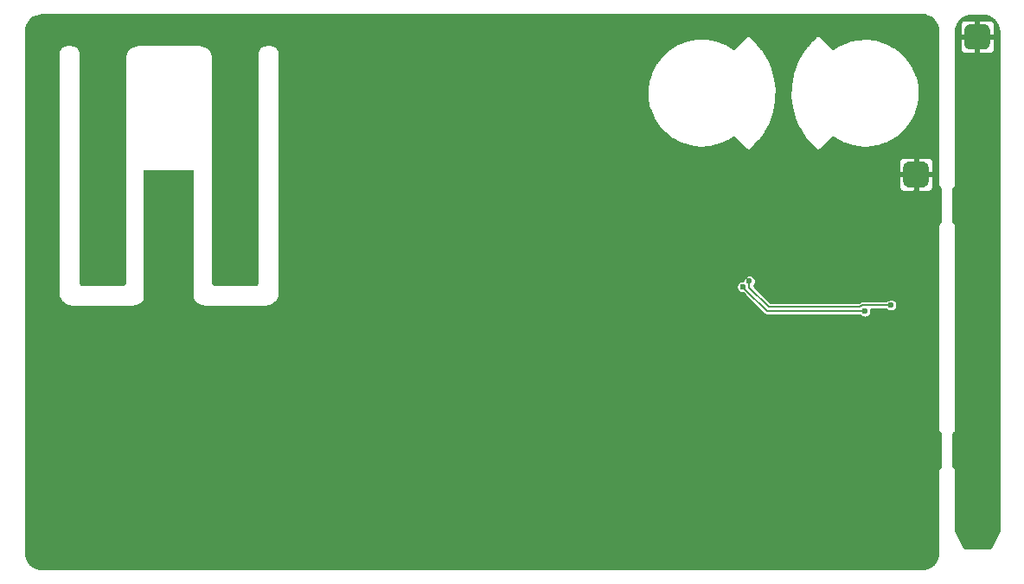
<source format=gbr>
G04 #@! TF.GenerationSoftware,KiCad,Pcbnew,(5.1.0)-1*
G04 #@! TF.CreationDate,2019-04-03T23:27:00+02:00*
G04 #@! TF.ProjectId,BusinessSynth,42757369-6e65-4737-9353-796e74682e6b,rev?*
G04 #@! TF.SameCoordinates,Original*
G04 #@! TF.FileFunction,Copper,L2,Bot*
G04 #@! TF.FilePolarity,Positive*
%FSLAX46Y46*%
G04 Gerber Fmt 4.6, Leading zero omitted, Abs format (unit mm)*
G04 Created by KiCad (PCBNEW (5.1.0)-1) date 2019-04-03 23:27:00*
%MOMM*%
%LPD*%
G04 APERTURE LIST*
%ADD10R,5.000000X13.000000*%
%ADD11C,0.100000*%
%ADD12C,2.499360*%
%ADD13C,0.600000*%
%ADD14C,0.200000*%
%ADD15C,0.254000*%
G04 APERTURE END LIST*
D10*
X114350000Y-92100000D03*
D11*
G36*
X194186085Y-71253329D02*
G01*
X194246740Y-71262326D01*
X194306221Y-71277225D01*
X194363956Y-71297883D01*
X194419388Y-71324100D01*
X194471983Y-71355625D01*
X194521234Y-71392152D01*
X194566669Y-71433331D01*
X194607848Y-71478766D01*
X194644375Y-71528017D01*
X194675900Y-71580612D01*
X194702117Y-71636044D01*
X194722775Y-71693779D01*
X194737674Y-71753260D01*
X194746671Y-71813915D01*
X194749680Y-71875160D01*
X194749680Y-73124840D01*
X194746671Y-73186085D01*
X194737674Y-73246740D01*
X194722775Y-73306221D01*
X194702117Y-73363956D01*
X194675900Y-73419388D01*
X194644375Y-73471983D01*
X194607848Y-73521234D01*
X194566669Y-73566669D01*
X194521234Y-73607848D01*
X194471983Y-73644375D01*
X194419388Y-73675900D01*
X194363956Y-73702117D01*
X194306221Y-73722775D01*
X194246740Y-73737674D01*
X194186085Y-73746671D01*
X194124840Y-73749680D01*
X192875160Y-73749680D01*
X192813915Y-73746671D01*
X192753260Y-73737674D01*
X192693779Y-73722775D01*
X192636044Y-73702117D01*
X192580612Y-73675900D01*
X192528017Y-73644375D01*
X192478766Y-73607848D01*
X192433331Y-73566669D01*
X192392152Y-73521234D01*
X192355625Y-73471983D01*
X192324100Y-73419388D01*
X192297883Y-73363956D01*
X192277225Y-73306221D01*
X192262326Y-73246740D01*
X192253329Y-73186085D01*
X192250320Y-73124840D01*
X192250320Y-71875160D01*
X192253329Y-71813915D01*
X192262326Y-71753260D01*
X192277225Y-71693779D01*
X192297883Y-71636044D01*
X192324100Y-71580612D01*
X192355625Y-71528017D01*
X192392152Y-71478766D01*
X192433331Y-71433331D01*
X192478766Y-71392152D01*
X192528017Y-71355625D01*
X192580612Y-71324100D01*
X192636044Y-71297883D01*
X192693779Y-71277225D01*
X192753260Y-71262326D01*
X192813915Y-71253329D01*
X192875160Y-71250320D01*
X194124840Y-71250320D01*
X194186085Y-71253329D01*
X194186085Y-71253329D01*
G37*
D12*
X193500000Y-72500000D03*
D11*
G36*
X188186085Y-84753329D02*
G01*
X188246740Y-84762326D01*
X188306221Y-84777225D01*
X188363956Y-84797883D01*
X188419388Y-84824100D01*
X188471983Y-84855625D01*
X188521234Y-84892152D01*
X188566669Y-84933331D01*
X188607848Y-84978766D01*
X188644375Y-85028017D01*
X188675900Y-85080612D01*
X188702117Y-85136044D01*
X188722775Y-85193779D01*
X188737674Y-85253260D01*
X188746671Y-85313915D01*
X188749680Y-85375160D01*
X188749680Y-86624840D01*
X188746671Y-86686085D01*
X188737674Y-86746740D01*
X188722775Y-86806221D01*
X188702117Y-86863956D01*
X188675900Y-86919388D01*
X188644375Y-86971983D01*
X188607848Y-87021234D01*
X188566669Y-87066669D01*
X188521234Y-87107848D01*
X188471983Y-87144375D01*
X188419388Y-87175900D01*
X188363956Y-87202117D01*
X188306221Y-87222775D01*
X188246740Y-87237674D01*
X188186085Y-87246671D01*
X188124840Y-87249680D01*
X186875160Y-87249680D01*
X186813915Y-87246671D01*
X186753260Y-87237674D01*
X186693779Y-87222775D01*
X186636044Y-87202117D01*
X186580612Y-87175900D01*
X186528017Y-87144375D01*
X186478766Y-87107848D01*
X186433331Y-87066669D01*
X186392152Y-87021234D01*
X186355625Y-86971983D01*
X186324100Y-86919388D01*
X186297883Y-86863956D01*
X186277225Y-86806221D01*
X186262326Y-86746740D01*
X186253329Y-86686085D01*
X186250320Y-86624840D01*
X186250320Y-85375160D01*
X186253329Y-85313915D01*
X186262326Y-85253260D01*
X186277225Y-85193779D01*
X186297883Y-85136044D01*
X186324100Y-85080612D01*
X186355625Y-85028017D01*
X186392152Y-84978766D01*
X186433331Y-84933331D01*
X186478766Y-84892152D01*
X186528017Y-84855625D01*
X186580612Y-84824100D01*
X186636044Y-84797883D01*
X186693779Y-84777225D01*
X186753260Y-84762326D01*
X186813915Y-84753329D01*
X186875160Y-84750320D01*
X188124840Y-84750320D01*
X188186085Y-84753329D01*
X188186085Y-84753329D01*
G37*
D12*
X187500000Y-86000000D03*
D13*
X193500000Y-120750000D03*
X103250000Y-107400000D03*
X185500000Y-97700000D03*
X181750000Y-96250000D03*
X179000000Y-87750000D03*
X168000000Y-90035000D03*
X171199994Y-96450000D03*
X185050000Y-98800000D03*
X182500000Y-99400000D03*
X170534312Y-97015700D03*
D14*
X171199994Y-97099994D02*
X171199994Y-96450000D01*
X173099990Y-98999990D02*
X171199994Y-97099994D01*
X182012008Y-98999990D02*
X173099990Y-98999990D01*
X185050000Y-98800000D02*
X185050000Y-98800000D01*
X182211998Y-98800000D02*
X182012008Y-98999990D01*
X185050000Y-98800000D02*
X182211998Y-98800000D01*
X170834311Y-97315699D02*
X170534312Y-97015700D01*
X172918612Y-99400000D02*
X170834311Y-97315699D01*
X182500000Y-99400000D02*
X172918612Y-99400000D01*
D15*
G36*
X194310008Y-70434324D02*
G01*
X194608214Y-70524357D01*
X194883249Y-70670595D01*
X195124645Y-70867473D01*
X195323203Y-71107487D01*
X195471360Y-71381498D01*
X195563472Y-71679064D01*
X195598001Y-72007582D01*
X195598000Y-120905100D01*
X194751551Y-122598000D01*
X192248449Y-122598000D01*
X191402000Y-120905102D01*
X191402000Y-115019747D01*
X191403945Y-115000000D01*
X191396183Y-114921194D01*
X191373197Y-114845417D01*
X191335868Y-114775580D01*
X191285632Y-114714368D01*
X191224420Y-114664132D01*
X191154583Y-114626803D01*
X191127000Y-114618436D01*
X191127000Y-111381564D01*
X191154583Y-111373197D01*
X191224420Y-111335868D01*
X191285632Y-111285632D01*
X191335868Y-111224420D01*
X191373197Y-111154583D01*
X191396183Y-111078806D01*
X191403945Y-111000000D01*
X191402000Y-110980253D01*
X191402000Y-91019747D01*
X191403945Y-91000000D01*
X191396183Y-90921194D01*
X191373197Y-90845417D01*
X191335868Y-90775580D01*
X191285632Y-90714368D01*
X191224420Y-90664132D01*
X191154583Y-90626803D01*
X191127000Y-90618436D01*
X191127000Y-87381564D01*
X191154583Y-87373197D01*
X191224420Y-87335868D01*
X191285632Y-87285632D01*
X191335868Y-87224420D01*
X191373197Y-87154583D01*
X191396183Y-87078806D01*
X191403945Y-87000000D01*
X191402000Y-86980253D01*
X191402000Y-73749680D01*
X191821254Y-73749680D01*
X191829498Y-73833387D01*
X191853915Y-73913876D01*
X191893565Y-73988056D01*
X191946925Y-74053075D01*
X192011944Y-74106435D01*
X192086124Y-74146085D01*
X192166613Y-74170502D01*
X192250320Y-74178746D01*
X193266250Y-74176680D01*
X193373000Y-74069930D01*
X193373000Y-72627000D01*
X193627000Y-72627000D01*
X193627000Y-74069930D01*
X193733750Y-74176680D01*
X194749680Y-74178746D01*
X194833387Y-74170502D01*
X194913876Y-74146085D01*
X194988056Y-74106435D01*
X195053075Y-74053075D01*
X195106435Y-73988056D01*
X195146085Y-73913876D01*
X195170502Y-73833387D01*
X195178746Y-73749680D01*
X195176680Y-72733750D01*
X195069930Y-72627000D01*
X193627000Y-72627000D01*
X193373000Y-72627000D01*
X191930070Y-72627000D01*
X191823320Y-72733750D01*
X191821254Y-73749680D01*
X191402000Y-73749680D01*
X191402000Y-72019658D01*
X191434324Y-71689992D01*
X191524357Y-71391786D01*
X191599575Y-71250320D01*
X191821254Y-71250320D01*
X191823320Y-72266250D01*
X191930070Y-72373000D01*
X193373000Y-72373000D01*
X193373000Y-70930070D01*
X193627000Y-70930070D01*
X193627000Y-72373000D01*
X195069930Y-72373000D01*
X195176680Y-72266250D01*
X195178746Y-71250320D01*
X195170502Y-71166613D01*
X195146085Y-71086124D01*
X195106435Y-71011944D01*
X195053075Y-70946925D01*
X194988056Y-70893565D01*
X194913876Y-70853915D01*
X194833387Y-70829498D01*
X194749680Y-70821254D01*
X193733750Y-70823320D01*
X193627000Y-70930070D01*
X193373000Y-70930070D01*
X193266250Y-70823320D01*
X192250320Y-70821254D01*
X192166613Y-70829498D01*
X192086124Y-70853915D01*
X192011944Y-70893565D01*
X191946925Y-70946925D01*
X191893565Y-71011944D01*
X191853915Y-71086124D01*
X191829498Y-71166613D01*
X191821254Y-71250320D01*
X191599575Y-71250320D01*
X191670595Y-71116751D01*
X191867473Y-70875355D01*
X192107487Y-70676797D01*
X192381498Y-70528640D01*
X192679064Y-70436528D01*
X193007573Y-70402000D01*
X193980342Y-70402000D01*
X194310008Y-70434324D01*
X194310008Y-70434324D01*
G37*
X194310008Y-70434324D02*
X194608214Y-70524357D01*
X194883249Y-70670595D01*
X195124645Y-70867473D01*
X195323203Y-71107487D01*
X195471360Y-71381498D01*
X195563472Y-71679064D01*
X195598001Y-72007582D01*
X195598000Y-120905100D01*
X194751551Y-122598000D01*
X192248449Y-122598000D01*
X191402000Y-120905102D01*
X191402000Y-115019747D01*
X191403945Y-115000000D01*
X191396183Y-114921194D01*
X191373197Y-114845417D01*
X191335868Y-114775580D01*
X191285632Y-114714368D01*
X191224420Y-114664132D01*
X191154583Y-114626803D01*
X191127000Y-114618436D01*
X191127000Y-111381564D01*
X191154583Y-111373197D01*
X191224420Y-111335868D01*
X191285632Y-111285632D01*
X191335868Y-111224420D01*
X191373197Y-111154583D01*
X191396183Y-111078806D01*
X191403945Y-111000000D01*
X191402000Y-110980253D01*
X191402000Y-91019747D01*
X191403945Y-91000000D01*
X191396183Y-90921194D01*
X191373197Y-90845417D01*
X191335868Y-90775580D01*
X191285632Y-90714368D01*
X191224420Y-90664132D01*
X191154583Y-90626803D01*
X191127000Y-90618436D01*
X191127000Y-87381564D01*
X191154583Y-87373197D01*
X191224420Y-87335868D01*
X191285632Y-87285632D01*
X191335868Y-87224420D01*
X191373197Y-87154583D01*
X191396183Y-87078806D01*
X191403945Y-87000000D01*
X191402000Y-86980253D01*
X191402000Y-73749680D01*
X191821254Y-73749680D01*
X191829498Y-73833387D01*
X191853915Y-73913876D01*
X191893565Y-73988056D01*
X191946925Y-74053075D01*
X192011944Y-74106435D01*
X192086124Y-74146085D01*
X192166613Y-74170502D01*
X192250320Y-74178746D01*
X193266250Y-74176680D01*
X193373000Y-74069930D01*
X193373000Y-72627000D01*
X193627000Y-72627000D01*
X193627000Y-74069930D01*
X193733750Y-74176680D01*
X194749680Y-74178746D01*
X194833387Y-74170502D01*
X194913876Y-74146085D01*
X194988056Y-74106435D01*
X195053075Y-74053075D01*
X195106435Y-73988056D01*
X195146085Y-73913876D01*
X195170502Y-73833387D01*
X195178746Y-73749680D01*
X195176680Y-72733750D01*
X195069930Y-72627000D01*
X193627000Y-72627000D01*
X193373000Y-72627000D01*
X191930070Y-72627000D01*
X191823320Y-72733750D01*
X191821254Y-73749680D01*
X191402000Y-73749680D01*
X191402000Y-72019658D01*
X191434324Y-71689992D01*
X191524357Y-71391786D01*
X191599575Y-71250320D01*
X191821254Y-71250320D01*
X191823320Y-72266250D01*
X191930070Y-72373000D01*
X193373000Y-72373000D01*
X193373000Y-70930070D01*
X193627000Y-70930070D01*
X193627000Y-72373000D01*
X195069930Y-72373000D01*
X195176680Y-72266250D01*
X195178746Y-71250320D01*
X195170502Y-71166613D01*
X195146085Y-71086124D01*
X195106435Y-71011944D01*
X195053075Y-70946925D01*
X194988056Y-70893565D01*
X194913876Y-70853915D01*
X194833387Y-70829498D01*
X194749680Y-70821254D01*
X193733750Y-70823320D01*
X193627000Y-70930070D01*
X193373000Y-70930070D01*
X193266250Y-70823320D01*
X192250320Y-70821254D01*
X192166613Y-70829498D01*
X192086124Y-70853915D01*
X192011944Y-70893565D01*
X191946925Y-70946925D01*
X191893565Y-71011944D01*
X191853915Y-71086124D01*
X191829498Y-71166613D01*
X191821254Y-71250320D01*
X191599575Y-71250320D01*
X191670595Y-71116751D01*
X191867473Y-70875355D01*
X192107487Y-70676797D01*
X192381498Y-70528640D01*
X192679064Y-70436528D01*
X193007573Y-70402000D01*
X193980342Y-70402000D01*
X194310008Y-70434324D01*
G36*
X188319768Y-70385042D02*
G01*
X188627361Y-70477908D01*
X188911057Y-70628753D01*
X189160048Y-70831826D01*
X189364855Y-71079393D01*
X189517674Y-71362028D01*
X189612686Y-71668961D01*
X189648001Y-72004963D01*
X189648000Y-86982708D01*
X189646297Y-87000000D01*
X189653093Y-87069004D01*
X189673221Y-87135356D01*
X189705907Y-87196507D01*
X189749894Y-87250106D01*
X189803493Y-87294093D01*
X189864644Y-87326779D01*
X189873000Y-87329314D01*
X189873000Y-90670686D01*
X189864644Y-90673221D01*
X189803493Y-90705907D01*
X189749894Y-90749894D01*
X189705907Y-90803493D01*
X189673221Y-90864644D01*
X189653093Y-90930996D01*
X189646297Y-91000000D01*
X189648001Y-91017302D01*
X189648000Y-110982708D01*
X189646297Y-111000000D01*
X189653093Y-111069004D01*
X189673221Y-111135356D01*
X189705907Y-111196507D01*
X189749894Y-111250106D01*
X189803493Y-111294093D01*
X189864644Y-111326779D01*
X189873000Y-111329314D01*
X189873000Y-114670686D01*
X189864644Y-114673221D01*
X189803493Y-114705907D01*
X189749894Y-114749894D01*
X189705907Y-114803493D01*
X189673221Y-114864644D01*
X189653093Y-114930996D01*
X189646297Y-115000000D01*
X189648001Y-115017302D01*
X189648000Y-122982784D01*
X189614958Y-123319768D01*
X189522091Y-123627361D01*
X189371250Y-123911052D01*
X189168176Y-124160046D01*
X188920607Y-124364854D01*
X188637974Y-124517673D01*
X188331039Y-124612685D01*
X187995046Y-124648000D01*
X102017216Y-124648000D01*
X101680232Y-124614958D01*
X101372639Y-124522091D01*
X101088948Y-124371250D01*
X100839954Y-124168176D01*
X100635146Y-123920607D01*
X100482327Y-123637974D01*
X100387315Y-123331039D01*
X100352000Y-122995046D01*
X100352000Y-74083452D01*
X103513000Y-74083452D01*
X103513001Y-97616549D01*
X103514454Y-97631305D01*
X103514411Y-97637525D01*
X103514870Y-97642208D01*
X103535271Y-97836305D01*
X103541416Y-97866240D01*
X103547136Y-97896227D01*
X103548496Y-97900731D01*
X103606208Y-98087169D01*
X103618044Y-98115325D01*
X103629486Y-98143646D01*
X103631695Y-98147801D01*
X103724520Y-98319478D01*
X103741617Y-98344826D01*
X103758326Y-98370359D01*
X103761299Y-98374005D01*
X103885703Y-98524383D01*
X103907390Y-98545920D01*
X103928747Y-98567728D01*
X103932366Y-98570722D01*
X103932372Y-98570728D01*
X103932379Y-98570732D01*
X104083614Y-98694077D01*
X104109027Y-98710961D01*
X104134258Y-98728237D01*
X104138396Y-98730475D01*
X104310719Y-98822100D01*
X104338967Y-98833743D01*
X104367032Y-98845771D01*
X104371526Y-98847163D01*
X104558363Y-98903572D01*
X104588339Y-98909507D01*
X104618201Y-98915855D01*
X104622880Y-98916347D01*
X104817114Y-98935392D01*
X104817126Y-98935392D01*
X104833451Y-98937000D01*
X110866549Y-98937000D01*
X110881314Y-98935546D01*
X110887525Y-98935589D01*
X110892208Y-98935130D01*
X111086305Y-98914729D01*
X111116240Y-98908584D01*
X111146227Y-98902864D01*
X111150729Y-98901505D01*
X111150735Y-98901503D01*
X111337169Y-98843792D01*
X111365325Y-98831956D01*
X111393646Y-98820514D01*
X111397801Y-98818305D01*
X111569478Y-98725480D01*
X111594826Y-98708383D01*
X111620359Y-98691674D01*
X111624005Y-98688701D01*
X111774383Y-98564297D01*
X111795920Y-98542610D01*
X111817728Y-98521253D01*
X111820722Y-98517634D01*
X111820728Y-98517628D01*
X111820732Y-98517621D01*
X111944077Y-98366386D01*
X111960961Y-98340973D01*
X111978237Y-98315742D01*
X111980475Y-98311604D01*
X112072100Y-98139281D01*
X112083743Y-98111033D01*
X112095771Y-98082968D01*
X112097163Y-98078474D01*
X112153572Y-97891637D01*
X112159512Y-97861639D01*
X112165855Y-97831799D01*
X112166347Y-97827120D01*
X112185392Y-97632886D01*
X112185392Y-97632874D01*
X112187000Y-97616549D01*
X112187000Y-86116484D01*
X112191690Y-86068651D01*
X112200793Y-86038501D01*
X112215578Y-86010693D01*
X112235485Y-85986285D01*
X112259756Y-85966206D01*
X112287463Y-85951225D01*
X112317548Y-85941912D01*
X112364285Y-85937000D01*
X116333516Y-85937000D01*
X116381349Y-85941690D01*
X116411499Y-85950793D01*
X116439307Y-85965578D01*
X116463715Y-85985485D01*
X116483794Y-86009756D01*
X116498775Y-86037463D01*
X116508088Y-86067548D01*
X116513001Y-86114295D01*
X116513000Y-97616548D01*
X116514454Y-97631313D01*
X116514411Y-97637525D01*
X116514870Y-97642208D01*
X116535271Y-97836305D01*
X116541416Y-97866240D01*
X116547136Y-97896227D01*
X116548496Y-97900731D01*
X116606208Y-98087169D01*
X116618044Y-98115325D01*
X116629486Y-98143646D01*
X116631695Y-98147801D01*
X116724520Y-98319478D01*
X116741617Y-98344826D01*
X116758326Y-98370359D01*
X116761299Y-98374005D01*
X116885703Y-98524383D01*
X116907390Y-98545920D01*
X116928747Y-98567728D01*
X116932366Y-98570722D01*
X116932372Y-98570728D01*
X116932379Y-98570732D01*
X117083614Y-98694077D01*
X117109027Y-98710961D01*
X117134258Y-98728237D01*
X117138396Y-98730475D01*
X117310719Y-98822100D01*
X117338967Y-98833743D01*
X117367032Y-98845771D01*
X117371526Y-98847163D01*
X117558363Y-98903572D01*
X117588339Y-98909507D01*
X117618201Y-98915855D01*
X117622880Y-98916347D01*
X117817114Y-98935392D01*
X117817126Y-98935392D01*
X117833451Y-98937000D01*
X123866549Y-98937000D01*
X123881314Y-98935546D01*
X123887525Y-98935589D01*
X123892208Y-98935130D01*
X124086305Y-98914729D01*
X124116240Y-98908584D01*
X124146227Y-98902864D01*
X124150729Y-98901505D01*
X124150735Y-98901503D01*
X124337169Y-98843792D01*
X124365325Y-98831956D01*
X124393646Y-98820514D01*
X124397801Y-98818305D01*
X124569478Y-98725480D01*
X124594826Y-98708383D01*
X124620359Y-98691674D01*
X124624005Y-98688701D01*
X124774383Y-98564297D01*
X124795920Y-98542610D01*
X124817728Y-98521253D01*
X124820722Y-98517634D01*
X124820728Y-98517628D01*
X124820732Y-98517621D01*
X124944077Y-98366386D01*
X124960961Y-98340973D01*
X124978237Y-98315742D01*
X124980475Y-98311604D01*
X125072100Y-98139281D01*
X125083743Y-98111033D01*
X125095771Y-98082968D01*
X125097163Y-98078474D01*
X125153572Y-97891637D01*
X125159512Y-97861639D01*
X125165855Y-97831799D01*
X125166347Y-97827120D01*
X125185392Y-97632886D01*
X125185392Y-97632874D01*
X125187000Y-97616549D01*
X125187000Y-96953946D01*
X169907312Y-96953946D01*
X169907312Y-97077454D01*
X169931407Y-97198589D01*
X169978672Y-97312696D01*
X170047289Y-97415389D01*
X170134623Y-97502723D01*
X170237316Y-97571340D01*
X170351423Y-97618605D01*
X170472558Y-97642700D01*
X170557444Y-97642700D01*
X172601848Y-99687105D01*
X172615217Y-99703395D01*
X172631507Y-99716764D01*
X172631511Y-99716768D01*
X172680235Y-99756756D01*
X172737150Y-99787176D01*
X172754416Y-99796405D01*
X172834905Y-99820822D01*
X172897634Y-99827000D01*
X172897645Y-99827000D01*
X172918612Y-99829065D01*
X172939579Y-99827000D01*
X182040288Y-99827000D01*
X182100311Y-99887023D01*
X182203004Y-99955640D01*
X182317111Y-100002905D01*
X182438246Y-100027000D01*
X182561754Y-100027000D01*
X182682889Y-100002905D01*
X182796996Y-99955640D01*
X182899689Y-99887023D01*
X182987023Y-99799689D01*
X183055640Y-99696996D01*
X183102905Y-99582889D01*
X183127000Y-99461754D01*
X183127000Y-99338246D01*
X183104872Y-99227000D01*
X184590288Y-99227000D01*
X184650311Y-99287023D01*
X184753004Y-99355640D01*
X184867111Y-99402905D01*
X184988246Y-99427000D01*
X185111754Y-99427000D01*
X185232889Y-99402905D01*
X185346996Y-99355640D01*
X185449689Y-99287023D01*
X185537023Y-99199689D01*
X185605640Y-99096996D01*
X185652905Y-98982889D01*
X185677000Y-98861754D01*
X185677000Y-98738246D01*
X185652905Y-98617111D01*
X185605640Y-98503004D01*
X185537023Y-98400311D01*
X185449689Y-98312977D01*
X185346996Y-98244360D01*
X185232889Y-98197095D01*
X185111754Y-98173000D01*
X184988246Y-98173000D01*
X184867111Y-98197095D01*
X184753004Y-98244360D01*
X184650311Y-98312977D01*
X184590288Y-98373000D01*
X182232965Y-98373000D01*
X182211998Y-98370935D01*
X182191031Y-98373000D01*
X182191020Y-98373000D01*
X182128291Y-98379178D01*
X182072334Y-98396153D01*
X182047801Y-98403595D01*
X181973623Y-98443244D01*
X181965593Y-98449834D01*
X181908603Y-98496605D01*
X181895230Y-98512900D01*
X181835140Y-98572990D01*
X173276859Y-98572990D01*
X171626994Y-96923126D01*
X171626994Y-96909712D01*
X171687017Y-96849689D01*
X171755634Y-96746996D01*
X171802899Y-96632889D01*
X171826994Y-96511754D01*
X171826994Y-96388246D01*
X171802899Y-96267111D01*
X171755634Y-96153004D01*
X171687017Y-96050311D01*
X171599683Y-95962977D01*
X171496990Y-95894360D01*
X171382883Y-95847095D01*
X171261748Y-95823000D01*
X171138240Y-95823000D01*
X171017105Y-95847095D01*
X170902998Y-95894360D01*
X170800305Y-95962977D01*
X170712971Y-96050311D01*
X170644354Y-96153004D01*
X170597089Y-96267111D01*
X170572994Y-96388246D01*
X170572994Y-96388700D01*
X170472558Y-96388700D01*
X170351423Y-96412795D01*
X170237316Y-96460060D01*
X170134623Y-96528677D01*
X170047289Y-96616011D01*
X169978672Y-96718704D01*
X169931407Y-96832811D01*
X169907312Y-96953946D01*
X125187000Y-96953946D01*
X125187000Y-87249680D01*
X185821254Y-87249680D01*
X185829498Y-87333387D01*
X185853915Y-87413876D01*
X185893565Y-87488056D01*
X185946925Y-87553075D01*
X186011944Y-87606435D01*
X186086124Y-87646085D01*
X186166613Y-87670502D01*
X186250320Y-87678746D01*
X187266250Y-87676680D01*
X187373000Y-87569930D01*
X187373000Y-86127000D01*
X187627000Y-86127000D01*
X187627000Y-87569930D01*
X187733750Y-87676680D01*
X188749680Y-87678746D01*
X188833387Y-87670502D01*
X188913876Y-87646085D01*
X188988056Y-87606435D01*
X189053075Y-87553075D01*
X189106435Y-87488056D01*
X189146085Y-87413876D01*
X189170502Y-87333387D01*
X189178746Y-87249680D01*
X189176680Y-86233750D01*
X189069930Y-86127000D01*
X187627000Y-86127000D01*
X187373000Y-86127000D01*
X185930070Y-86127000D01*
X185823320Y-86233750D01*
X185821254Y-87249680D01*
X125187000Y-87249680D01*
X125187000Y-84750320D01*
X185821254Y-84750320D01*
X185823320Y-85766250D01*
X185930070Y-85873000D01*
X187373000Y-85873000D01*
X187373000Y-84430070D01*
X187627000Y-84430070D01*
X187627000Y-85873000D01*
X189069930Y-85873000D01*
X189176680Y-85766250D01*
X189178746Y-84750320D01*
X189170502Y-84666613D01*
X189146085Y-84586124D01*
X189106435Y-84511944D01*
X189053075Y-84446925D01*
X188988056Y-84393565D01*
X188913876Y-84353915D01*
X188833387Y-84329498D01*
X188749680Y-84321254D01*
X187733750Y-84323320D01*
X187627000Y-84430070D01*
X187373000Y-84430070D01*
X187266250Y-84323320D01*
X186250320Y-84321254D01*
X186166613Y-84329498D01*
X186086124Y-84353915D01*
X186011944Y-84393565D01*
X185946925Y-84446925D01*
X185893565Y-84511944D01*
X185853915Y-84586124D01*
X185829498Y-84666613D01*
X185821254Y-84750320D01*
X125187000Y-84750320D01*
X125187000Y-77720339D01*
X161146612Y-77720339D01*
X161174508Y-78613280D01*
X161175780Y-78623804D01*
X161175833Y-78634409D01*
X161181695Y-78672762D01*
X161367277Y-79546651D01*
X161370392Y-79556784D01*
X161372323Y-79567212D01*
X161384884Y-79603921D01*
X161722285Y-80431134D01*
X161727145Y-80440554D01*
X161730892Y-80450476D01*
X161749755Y-80484380D01*
X162228311Y-81238772D01*
X162234762Y-81247182D01*
X162240207Y-81256284D01*
X162264776Y-81286312D01*
X162869359Y-81944036D01*
X162877196Y-81951170D01*
X162884168Y-81959165D01*
X162913666Y-81984368D01*
X163625167Y-82524634D01*
X163634149Y-82530271D01*
X163642422Y-82536901D01*
X163675917Y-82556482D01*
X164471846Y-82962214D01*
X164481684Y-82966171D01*
X164491001Y-82971232D01*
X164527434Y-82984572D01*
X165382632Y-83242944D01*
X165393017Y-83245097D01*
X165403081Y-83248427D01*
X165441269Y-83255099D01*
X165441300Y-83255105D01*
X165441311Y-83255105D01*
X166328737Y-83357951D01*
X166339333Y-83358231D01*
X166349834Y-83359727D01*
X166388631Y-83359531D01*
X166388633Y-83359531D01*
X167280256Y-83303600D01*
X167290734Y-83301999D01*
X167301332Y-83301612D01*
X167339477Y-83294549D01*
X167339483Y-83294548D01*
X167339486Y-83294547D01*
X168207111Y-83081608D01*
X168217141Y-83078176D01*
X168227502Y-83075919D01*
X168263788Y-83062215D01*
X168263799Y-83062211D01*
X168263803Y-83062209D01*
X169080006Y-82698993D01*
X169089266Y-82693842D01*
X169099069Y-82689783D01*
X169132350Y-82669872D01*
X169132364Y-82669864D01*
X169132369Y-82669860D01*
X169640784Y-82324479D01*
X170846203Y-83529900D01*
X170856747Y-83542748D01*
X170869595Y-83553292D01*
X170869600Y-83553297D01*
X170908061Y-83584861D01*
X170966606Y-83616154D01*
X171030130Y-83635424D01*
X171096193Y-83641931D01*
X171096194Y-83641931D01*
X171162258Y-83635424D01*
X171181528Y-83629578D01*
X171225781Y-83616154D01*
X171284326Y-83584861D01*
X171335641Y-83542748D01*
X171346190Y-83529894D01*
X171699744Y-83176340D01*
X171704415Y-83170649D01*
X172110774Y-82727187D01*
X172120331Y-82715063D01*
X172130564Y-82703498D01*
X172135811Y-82696405D01*
X172741982Y-81854382D01*
X172752733Y-81836838D01*
X172763938Y-81819584D01*
X172768080Y-81811793D01*
X173243132Y-80889422D01*
X173251166Y-80870495D01*
X173259704Y-80851760D01*
X173262648Y-80843443D01*
X173596148Y-79860985D01*
X173601292Y-79841095D01*
X173606972Y-79821288D01*
X173608655Y-79812627D01*
X173793275Y-78791666D01*
X173795425Y-78771207D01*
X173798111Y-78750805D01*
X173798496Y-78741990D01*
X173812151Y-78295045D01*
X175169820Y-78295045D01*
X175170717Y-78315587D01*
X175171076Y-78336172D01*
X175171999Y-78344946D01*
X175293946Y-79375273D01*
X175297869Y-79395454D01*
X175301267Y-79415763D01*
X175303477Y-79424305D01*
X175576377Y-80425290D01*
X175583241Y-80444675D01*
X175589602Y-80464252D01*
X175593050Y-80472374D01*
X176010907Y-81422027D01*
X176020565Y-81440190D01*
X176029747Y-81458607D01*
X176034357Y-81466129D01*
X176587993Y-82343588D01*
X176600221Y-82360113D01*
X176612032Y-82376981D01*
X176617704Y-82383739D01*
X177292341Y-83166695D01*
X177300256Y-83176339D01*
X177653816Y-83529900D01*
X177664359Y-83542748D01*
X177677207Y-83553292D01*
X177677212Y-83553297D01*
X177715672Y-83584860D01*
X177715674Y-83584861D01*
X177774219Y-83616154D01*
X177799201Y-83623732D01*
X177837741Y-83635424D01*
X177903805Y-83641931D01*
X177903806Y-83641931D01*
X177969869Y-83635424D01*
X177989139Y-83629578D01*
X178033393Y-83616154D01*
X178091938Y-83584861D01*
X178143253Y-83542748D01*
X178153802Y-83529894D01*
X179347334Y-82336362D01*
X179361833Y-82347487D01*
X179362553Y-82347944D01*
X179363186Y-82348520D01*
X179395385Y-82370165D01*
X180164268Y-82825073D01*
X180173834Y-82829638D01*
X180182818Y-82835276D01*
X180218316Y-82850865D01*
X180218342Y-82850878D01*
X180218352Y-82850881D01*
X181055629Y-83162438D01*
X181065852Y-83165237D01*
X181075693Y-83169195D01*
X181113418Y-83178259D01*
X181992647Y-83336625D01*
X182003202Y-83337569D01*
X182013589Y-83339722D01*
X182052323Y-83341962D01*
X182945700Y-83342127D01*
X182956260Y-83341187D01*
X182966860Y-83341466D01*
X183005375Y-83336812D01*
X183005379Y-83336812D01*
X183005381Y-83336811D01*
X183884665Y-83178772D01*
X183894893Y-83175976D01*
X183905375Y-83174374D01*
X183942460Y-83162973D01*
X184779863Y-82851720D01*
X184789424Y-82847162D01*
X184799465Y-82843726D01*
X184833945Y-82825937D01*
X185602996Y-82371314D01*
X185611601Y-82365133D01*
X185620874Y-82359974D01*
X185651659Y-82336360D01*
X186328048Y-81752734D01*
X186335425Y-81745124D01*
X186343635Y-81738407D01*
X186369752Y-81709716D01*
X186932101Y-81015535D01*
X186938014Y-81006739D01*
X186944904Y-80998675D01*
X186965527Y-80965812D01*
X187396059Y-80183020D01*
X187400320Y-80173318D01*
X187405675Y-80164158D01*
X187420152Y-80128162D01*
X187705259Y-79281501D01*
X187707735Y-79271195D01*
X187711382Y-79261236D01*
X187719257Y-79223245D01*
X187849928Y-78339476D01*
X187850540Y-78328889D01*
X187852365Y-78318446D01*
X187853388Y-78279661D01*
X187825492Y-77386720D01*
X187824220Y-77376196D01*
X187824167Y-77365591D01*
X187818305Y-77327238D01*
X187632723Y-76453349D01*
X187629608Y-76443216D01*
X187627677Y-76432788D01*
X187615116Y-76396079D01*
X187277715Y-75568866D01*
X187272855Y-75559446D01*
X187269108Y-75549524D01*
X187250245Y-75515620D01*
X186771689Y-74761228D01*
X186765238Y-74752817D01*
X186759793Y-74743716D01*
X186735236Y-74713703D01*
X186735224Y-74713687D01*
X186735218Y-74713682D01*
X186130641Y-74055964D01*
X186122800Y-74048827D01*
X186115831Y-74040835D01*
X186086333Y-74015632D01*
X185374833Y-73475366D01*
X185365850Y-73469729D01*
X185357578Y-73463099D01*
X185324083Y-73443518D01*
X184528153Y-73037786D01*
X184518319Y-73033831D01*
X184508999Y-73028768D01*
X184472566Y-73015428D01*
X183617367Y-72757056D01*
X183606987Y-72754904D01*
X183596920Y-72751573D01*
X183558724Y-72744900D01*
X183558699Y-72744895D01*
X183558689Y-72744895D01*
X182671263Y-72642049D01*
X182660668Y-72641770D01*
X182650167Y-72640273D01*
X182611369Y-72640469D01*
X181719745Y-72696400D01*
X181709267Y-72698001D01*
X181698668Y-72698388D01*
X181660523Y-72705451D01*
X181660517Y-72705452D01*
X181660514Y-72705453D01*
X180792890Y-72918392D01*
X180782862Y-72921823D01*
X180772498Y-72924081D01*
X180736212Y-72937785D01*
X180736201Y-72937789D01*
X180736197Y-72937791D01*
X179919994Y-73301007D01*
X179910734Y-73306158D01*
X179900931Y-73310217D01*
X179867636Y-73330136D01*
X179359216Y-73675520D01*
X178153802Y-72470106D01*
X178143253Y-72457252D01*
X178091938Y-72415139D01*
X178033393Y-72383846D01*
X177989139Y-72370422D01*
X177969869Y-72364576D01*
X177903806Y-72358069D01*
X177903805Y-72358069D01*
X177837741Y-72364576D01*
X177799201Y-72376268D01*
X177774219Y-72383846D01*
X177774217Y-72383847D01*
X177715672Y-72415140D01*
X177677212Y-72446703D01*
X177677207Y-72446708D01*
X177664359Y-72457252D01*
X177653816Y-72470100D01*
X177300256Y-72823661D01*
X177295593Y-72829343D01*
X176889227Y-73272813D01*
X176879678Y-73284926D01*
X176869436Y-73296502D01*
X176864189Y-73303594D01*
X176258019Y-74145618D01*
X176247271Y-74163157D01*
X176236062Y-74180417D01*
X176231920Y-74188207D01*
X175756868Y-75110579D01*
X175748838Y-75129497D01*
X175740296Y-75148240D01*
X175737352Y-75156557D01*
X175403852Y-76139015D01*
X175398708Y-76158905D01*
X175393028Y-76178712D01*
X175391345Y-76187373D01*
X175206725Y-77208334D01*
X175204573Y-77228809D01*
X175201889Y-77249195D01*
X175201504Y-77258010D01*
X175169820Y-78295045D01*
X173812151Y-78295045D01*
X173830180Y-77704955D01*
X173829283Y-77684412D01*
X173828924Y-77663829D01*
X173828001Y-77655054D01*
X173706054Y-76624727D01*
X173702131Y-76604546D01*
X173698733Y-76584237D01*
X173696523Y-76575696D01*
X173423623Y-75574710D01*
X173416759Y-75555325D01*
X173410398Y-75535748D01*
X173406950Y-75527627D01*
X172989093Y-74577973D01*
X172979435Y-74559810D01*
X172970253Y-74541393D01*
X172965643Y-74533871D01*
X172412007Y-73656413D01*
X172399774Y-73639881D01*
X172387968Y-73623020D01*
X172382297Y-73616261D01*
X171707676Y-72833325D01*
X171699744Y-72823660D01*
X171346190Y-72470106D01*
X171335641Y-72457252D01*
X171284326Y-72415139D01*
X171225781Y-72383846D01*
X171181528Y-72370422D01*
X171162258Y-72364576D01*
X171096194Y-72358069D01*
X171096193Y-72358069D01*
X171030130Y-72364576D01*
X170966606Y-72383846D01*
X170908061Y-72415139D01*
X170869600Y-72446703D01*
X170869595Y-72446708D01*
X170856747Y-72457252D01*
X170846203Y-72470100D01*
X169652667Y-73663639D01*
X169638167Y-73652513D01*
X169637447Y-73652056D01*
X169636814Y-73651480D01*
X169604615Y-73629835D01*
X168835732Y-73174927D01*
X168826162Y-73170360D01*
X168817181Y-73164724D01*
X168781684Y-73149135D01*
X168781658Y-73149122D01*
X168781648Y-73149119D01*
X167944370Y-72837562D01*
X167934150Y-72834764D01*
X167924307Y-72830805D01*
X167886582Y-72821741D01*
X167007354Y-72663375D01*
X166996797Y-72662431D01*
X166986411Y-72660278D01*
X166947677Y-72658038D01*
X166054300Y-72657873D01*
X166043740Y-72658813D01*
X166033140Y-72658534D01*
X165994625Y-72663188D01*
X165994621Y-72663188D01*
X165994619Y-72663189D01*
X165115335Y-72821228D01*
X165105112Y-72824022D01*
X165094626Y-72825625D01*
X165057549Y-72837025D01*
X165057540Y-72837027D01*
X165057536Y-72837029D01*
X164220137Y-73148279D01*
X164210563Y-73152844D01*
X164200534Y-73156275D01*
X164166054Y-73174063D01*
X163397004Y-73628686D01*
X163388392Y-73634872D01*
X163379126Y-73640027D01*
X163348341Y-73663640D01*
X162671951Y-74247266D01*
X162664571Y-74254879D01*
X162656365Y-74261593D01*
X162630248Y-74290284D01*
X162067899Y-74984464D01*
X162061983Y-74993264D01*
X162055096Y-75001325D01*
X162034487Y-75034167D01*
X162034472Y-75034189D01*
X162034468Y-75034198D01*
X161603941Y-75816980D01*
X161599680Y-75826682D01*
X161594325Y-75835842D01*
X161579848Y-75871838D01*
X161294741Y-76718499D01*
X161292265Y-76728805D01*
X161288618Y-76738764D01*
X161280743Y-76776755D01*
X161150072Y-77660524D01*
X161149460Y-77671111D01*
X161147635Y-77681554D01*
X161146612Y-77720339D01*
X125187000Y-77720339D01*
X125187000Y-74083451D01*
X125185580Y-74069031D01*
X125185601Y-74065967D01*
X125185142Y-74061284D01*
X125174942Y-73964235D01*
X125168800Y-73934313D01*
X125163077Y-73904312D01*
X125161717Y-73899808D01*
X125132861Y-73806589D01*
X125121012Y-73778401D01*
X125109581Y-73750109D01*
X125107373Y-73745955D01*
X125060960Y-73660117D01*
X125043868Y-73634777D01*
X125027155Y-73609238D01*
X125024181Y-73605591D01*
X124961980Y-73530403D01*
X124940294Y-73508868D01*
X124918938Y-73487060D01*
X124915313Y-73484060D01*
X124839692Y-73422384D01*
X124814250Y-73405481D01*
X124789045Y-73388223D01*
X124784906Y-73385985D01*
X124698745Y-73340173D01*
X124670535Y-73328546D01*
X124642435Y-73316502D01*
X124637940Y-73315111D01*
X124544522Y-73286906D01*
X124514565Y-73280974D01*
X124484681Y-73274622D01*
X124480007Y-73274131D01*
X124480004Y-73274130D01*
X124480001Y-73274130D01*
X124382884Y-73264608D01*
X124382874Y-73264608D01*
X124366549Y-73263000D01*
X123833451Y-73263000D01*
X123819031Y-73264420D01*
X123815967Y-73264399D01*
X123811284Y-73264858D01*
X123714235Y-73275058D01*
X123684313Y-73281200D01*
X123654312Y-73286923D01*
X123649808Y-73288283D01*
X123556589Y-73317139D01*
X123528401Y-73328988D01*
X123500109Y-73340419D01*
X123495955Y-73342627D01*
X123410117Y-73389040D01*
X123384777Y-73406132D01*
X123359238Y-73422845D01*
X123355591Y-73425819D01*
X123280403Y-73488020D01*
X123258868Y-73509706D01*
X123237060Y-73531062D01*
X123234060Y-73534687D01*
X123172384Y-73610308D01*
X123155481Y-73635750D01*
X123138223Y-73660955D01*
X123135985Y-73665094D01*
X123090173Y-73751255D01*
X123078546Y-73779465D01*
X123066502Y-73807565D01*
X123065111Y-73812060D01*
X123036906Y-73905478D01*
X123030974Y-73935435D01*
X123024622Y-73965319D01*
X123024130Y-73969999D01*
X123014608Y-74067116D01*
X123014608Y-74067127D01*
X123013000Y-74083452D01*
X123013001Y-96583506D01*
X123008310Y-96631349D01*
X122999207Y-96661499D01*
X122984422Y-96689305D01*
X122964512Y-96713717D01*
X122940244Y-96733793D01*
X122912537Y-96748775D01*
X122882451Y-96758088D01*
X122835715Y-96763000D01*
X118866484Y-96763000D01*
X118818651Y-96758310D01*
X118788501Y-96749207D01*
X118760695Y-96734422D01*
X118736283Y-96714512D01*
X118716207Y-96690244D01*
X118701225Y-96662537D01*
X118691912Y-96632451D01*
X118687000Y-96585715D01*
X118687000Y-74583451D01*
X118685546Y-74568686D01*
X118685589Y-74562474D01*
X118685130Y-74557792D01*
X118664729Y-74363695D01*
X118658583Y-74333753D01*
X118652864Y-74303773D01*
X118651505Y-74299273D01*
X118651504Y-74299267D01*
X118651502Y-74299261D01*
X118593792Y-74112831D01*
X118581962Y-74084688D01*
X118570514Y-74056353D01*
X118568305Y-74052199D01*
X118475480Y-73880522D01*
X118458398Y-73855197D01*
X118441674Y-73829641D01*
X118438700Y-73825994D01*
X118314297Y-73675617D01*
X118292626Y-73654097D01*
X118271253Y-73632272D01*
X118267628Y-73629273D01*
X118116386Y-73505923D01*
X118090942Y-73489018D01*
X118065743Y-73471764D01*
X118061604Y-73469526D01*
X117889282Y-73377900D01*
X117861020Y-73366252D01*
X117832968Y-73354229D01*
X117828474Y-73352837D01*
X117641638Y-73296428D01*
X117611647Y-73290490D01*
X117581799Y-73284145D01*
X117577119Y-73283653D01*
X117382886Y-73264608D01*
X117382874Y-73264608D01*
X117366549Y-73263000D01*
X111333451Y-73263000D01*
X111318686Y-73264454D01*
X111312474Y-73264411D01*
X111307792Y-73264870D01*
X111113695Y-73285271D01*
X111083753Y-73291417D01*
X111053773Y-73297136D01*
X111049273Y-73298495D01*
X111049267Y-73298496D01*
X111049261Y-73298498D01*
X110862831Y-73356208D01*
X110834688Y-73368038D01*
X110806353Y-73379486D01*
X110802199Y-73381695D01*
X110630522Y-73474520D01*
X110605197Y-73491602D01*
X110579641Y-73508326D01*
X110575994Y-73511300D01*
X110425617Y-73635703D01*
X110404097Y-73657374D01*
X110382272Y-73678747D01*
X110379273Y-73682372D01*
X110255923Y-73833614D01*
X110239018Y-73859058D01*
X110221764Y-73884257D01*
X110219526Y-73888396D01*
X110127900Y-74060718D01*
X110116252Y-74088980D01*
X110104229Y-74117032D01*
X110102837Y-74121526D01*
X110046428Y-74308362D01*
X110040490Y-74338353D01*
X110034145Y-74368201D01*
X110033653Y-74372881D01*
X110014608Y-74567114D01*
X110014608Y-74567136D01*
X110013001Y-74583451D01*
X110013000Y-96583516D01*
X110008310Y-96631349D01*
X109999207Y-96661499D01*
X109984422Y-96689305D01*
X109964512Y-96713717D01*
X109940244Y-96733793D01*
X109912537Y-96748775D01*
X109882451Y-96758088D01*
X109835715Y-96763000D01*
X105866484Y-96763000D01*
X105818651Y-96758310D01*
X105788501Y-96749207D01*
X105760695Y-96734422D01*
X105736283Y-96714512D01*
X105716207Y-96690244D01*
X105701225Y-96662537D01*
X105691912Y-96632451D01*
X105687000Y-96585715D01*
X105687000Y-74083451D01*
X105685580Y-74069031D01*
X105685601Y-74065967D01*
X105685142Y-74061284D01*
X105674942Y-73964235D01*
X105668800Y-73934313D01*
X105663077Y-73904312D01*
X105661717Y-73899808D01*
X105632861Y-73806589D01*
X105621012Y-73778401D01*
X105609581Y-73750109D01*
X105607373Y-73745955D01*
X105560960Y-73660117D01*
X105543868Y-73634777D01*
X105527155Y-73609238D01*
X105524181Y-73605591D01*
X105461980Y-73530403D01*
X105440294Y-73508868D01*
X105418938Y-73487060D01*
X105415313Y-73484060D01*
X105339692Y-73422384D01*
X105314250Y-73405481D01*
X105289045Y-73388223D01*
X105284906Y-73385985D01*
X105198745Y-73340173D01*
X105170535Y-73328546D01*
X105142435Y-73316502D01*
X105137940Y-73315111D01*
X105044522Y-73286906D01*
X105014565Y-73280974D01*
X104984681Y-73274622D01*
X104980007Y-73274131D01*
X104980004Y-73274130D01*
X104980001Y-73274130D01*
X104882884Y-73264608D01*
X104882874Y-73264608D01*
X104866549Y-73263000D01*
X104333451Y-73263000D01*
X104319031Y-73264420D01*
X104315967Y-73264399D01*
X104311284Y-73264858D01*
X104214235Y-73275058D01*
X104184313Y-73281200D01*
X104154312Y-73286923D01*
X104149808Y-73288283D01*
X104056589Y-73317139D01*
X104028401Y-73328988D01*
X104000109Y-73340419D01*
X103995955Y-73342627D01*
X103910117Y-73389040D01*
X103884777Y-73406132D01*
X103859238Y-73422845D01*
X103855591Y-73425819D01*
X103780403Y-73488020D01*
X103758868Y-73509706D01*
X103737060Y-73531062D01*
X103734060Y-73534687D01*
X103672384Y-73610308D01*
X103655481Y-73635750D01*
X103638223Y-73660955D01*
X103635985Y-73665094D01*
X103590173Y-73751255D01*
X103578546Y-73779465D01*
X103566502Y-73807565D01*
X103565111Y-73812060D01*
X103536906Y-73905478D01*
X103530974Y-73935435D01*
X103524622Y-73965319D01*
X103524130Y-73969999D01*
X103514608Y-74067116D01*
X103514608Y-74067127D01*
X103513000Y-74083452D01*
X100352000Y-74083452D01*
X100352000Y-72017215D01*
X100385042Y-71680232D01*
X100477908Y-71372639D01*
X100628753Y-71088943D01*
X100831826Y-70839952D01*
X101079393Y-70635145D01*
X101362028Y-70482326D01*
X101668961Y-70387314D01*
X102004954Y-70352000D01*
X187982785Y-70352000D01*
X188319768Y-70385042D01*
X188319768Y-70385042D01*
G37*
X188319768Y-70385042D02*
X188627361Y-70477908D01*
X188911057Y-70628753D01*
X189160048Y-70831826D01*
X189364855Y-71079393D01*
X189517674Y-71362028D01*
X189612686Y-71668961D01*
X189648001Y-72004963D01*
X189648000Y-86982708D01*
X189646297Y-87000000D01*
X189653093Y-87069004D01*
X189673221Y-87135356D01*
X189705907Y-87196507D01*
X189749894Y-87250106D01*
X189803493Y-87294093D01*
X189864644Y-87326779D01*
X189873000Y-87329314D01*
X189873000Y-90670686D01*
X189864644Y-90673221D01*
X189803493Y-90705907D01*
X189749894Y-90749894D01*
X189705907Y-90803493D01*
X189673221Y-90864644D01*
X189653093Y-90930996D01*
X189646297Y-91000000D01*
X189648001Y-91017302D01*
X189648000Y-110982708D01*
X189646297Y-111000000D01*
X189653093Y-111069004D01*
X189673221Y-111135356D01*
X189705907Y-111196507D01*
X189749894Y-111250106D01*
X189803493Y-111294093D01*
X189864644Y-111326779D01*
X189873000Y-111329314D01*
X189873000Y-114670686D01*
X189864644Y-114673221D01*
X189803493Y-114705907D01*
X189749894Y-114749894D01*
X189705907Y-114803493D01*
X189673221Y-114864644D01*
X189653093Y-114930996D01*
X189646297Y-115000000D01*
X189648001Y-115017302D01*
X189648000Y-122982784D01*
X189614958Y-123319768D01*
X189522091Y-123627361D01*
X189371250Y-123911052D01*
X189168176Y-124160046D01*
X188920607Y-124364854D01*
X188637974Y-124517673D01*
X188331039Y-124612685D01*
X187995046Y-124648000D01*
X102017216Y-124648000D01*
X101680232Y-124614958D01*
X101372639Y-124522091D01*
X101088948Y-124371250D01*
X100839954Y-124168176D01*
X100635146Y-123920607D01*
X100482327Y-123637974D01*
X100387315Y-123331039D01*
X100352000Y-122995046D01*
X100352000Y-74083452D01*
X103513000Y-74083452D01*
X103513001Y-97616549D01*
X103514454Y-97631305D01*
X103514411Y-97637525D01*
X103514870Y-97642208D01*
X103535271Y-97836305D01*
X103541416Y-97866240D01*
X103547136Y-97896227D01*
X103548496Y-97900731D01*
X103606208Y-98087169D01*
X103618044Y-98115325D01*
X103629486Y-98143646D01*
X103631695Y-98147801D01*
X103724520Y-98319478D01*
X103741617Y-98344826D01*
X103758326Y-98370359D01*
X103761299Y-98374005D01*
X103885703Y-98524383D01*
X103907390Y-98545920D01*
X103928747Y-98567728D01*
X103932366Y-98570722D01*
X103932372Y-98570728D01*
X103932379Y-98570732D01*
X104083614Y-98694077D01*
X104109027Y-98710961D01*
X104134258Y-98728237D01*
X104138396Y-98730475D01*
X104310719Y-98822100D01*
X104338967Y-98833743D01*
X104367032Y-98845771D01*
X104371526Y-98847163D01*
X104558363Y-98903572D01*
X104588339Y-98909507D01*
X104618201Y-98915855D01*
X104622880Y-98916347D01*
X104817114Y-98935392D01*
X104817126Y-98935392D01*
X104833451Y-98937000D01*
X110866549Y-98937000D01*
X110881314Y-98935546D01*
X110887525Y-98935589D01*
X110892208Y-98935130D01*
X111086305Y-98914729D01*
X111116240Y-98908584D01*
X111146227Y-98902864D01*
X111150729Y-98901505D01*
X111150735Y-98901503D01*
X111337169Y-98843792D01*
X111365325Y-98831956D01*
X111393646Y-98820514D01*
X111397801Y-98818305D01*
X111569478Y-98725480D01*
X111594826Y-98708383D01*
X111620359Y-98691674D01*
X111624005Y-98688701D01*
X111774383Y-98564297D01*
X111795920Y-98542610D01*
X111817728Y-98521253D01*
X111820722Y-98517634D01*
X111820728Y-98517628D01*
X111820732Y-98517621D01*
X111944077Y-98366386D01*
X111960961Y-98340973D01*
X111978237Y-98315742D01*
X111980475Y-98311604D01*
X112072100Y-98139281D01*
X112083743Y-98111033D01*
X112095771Y-98082968D01*
X112097163Y-98078474D01*
X112153572Y-97891637D01*
X112159512Y-97861639D01*
X112165855Y-97831799D01*
X112166347Y-97827120D01*
X112185392Y-97632886D01*
X112185392Y-97632874D01*
X112187000Y-97616549D01*
X112187000Y-86116484D01*
X112191690Y-86068651D01*
X112200793Y-86038501D01*
X112215578Y-86010693D01*
X112235485Y-85986285D01*
X112259756Y-85966206D01*
X112287463Y-85951225D01*
X112317548Y-85941912D01*
X112364285Y-85937000D01*
X116333516Y-85937000D01*
X116381349Y-85941690D01*
X116411499Y-85950793D01*
X116439307Y-85965578D01*
X116463715Y-85985485D01*
X116483794Y-86009756D01*
X116498775Y-86037463D01*
X116508088Y-86067548D01*
X116513001Y-86114295D01*
X116513000Y-97616548D01*
X116514454Y-97631313D01*
X116514411Y-97637525D01*
X116514870Y-97642208D01*
X116535271Y-97836305D01*
X116541416Y-97866240D01*
X116547136Y-97896227D01*
X116548496Y-97900731D01*
X116606208Y-98087169D01*
X116618044Y-98115325D01*
X116629486Y-98143646D01*
X116631695Y-98147801D01*
X116724520Y-98319478D01*
X116741617Y-98344826D01*
X116758326Y-98370359D01*
X116761299Y-98374005D01*
X116885703Y-98524383D01*
X116907390Y-98545920D01*
X116928747Y-98567728D01*
X116932366Y-98570722D01*
X116932372Y-98570728D01*
X116932379Y-98570732D01*
X117083614Y-98694077D01*
X117109027Y-98710961D01*
X117134258Y-98728237D01*
X117138396Y-98730475D01*
X117310719Y-98822100D01*
X117338967Y-98833743D01*
X117367032Y-98845771D01*
X117371526Y-98847163D01*
X117558363Y-98903572D01*
X117588339Y-98909507D01*
X117618201Y-98915855D01*
X117622880Y-98916347D01*
X117817114Y-98935392D01*
X117817126Y-98935392D01*
X117833451Y-98937000D01*
X123866549Y-98937000D01*
X123881314Y-98935546D01*
X123887525Y-98935589D01*
X123892208Y-98935130D01*
X124086305Y-98914729D01*
X124116240Y-98908584D01*
X124146227Y-98902864D01*
X124150729Y-98901505D01*
X124150735Y-98901503D01*
X124337169Y-98843792D01*
X124365325Y-98831956D01*
X124393646Y-98820514D01*
X124397801Y-98818305D01*
X124569478Y-98725480D01*
X124594826Y-98708383D01*
X124620359Y-98691674D01*
X124624005Y-98688701D01*
X124774383Y-98564297D01*
X124795920Y-98542610D01*
X124817728Y-98521253D01*
X124820722Y-98517634D01*
X124820728Y-98517628D01*
X124820732Y-98517621D01*
X124944077Y-98366386D01*
X124960961Y-98340973D01*
X124978237Y-98315742D01*
X124980475Y-98311604D01*
X125072100Y-98139281D01*
X125083743Y-98111033D01*
X125095771Y-98082968D01*
X125097163Y-98078474D01*
X125153572Y-97891637D01*
X125159512Y-97861639D01*
X125165855Y-97831799D01*
X125166347Y-97827120D01*
X125185392Y-97632886D01*
X125185392Y-97632874D01*
X125187000Y-97616549D01*
X125187000Y-96953946D01*
X169907312Y-96953946D01*
X169907312Y-97077454D01*
X169931407Y-97198589D01*
X169978672Y-97312696D01*
X170047289Y-97415389D01*
X170134623Y-97502723D01*
X170237316Y-97571340D01*
X170351423Y-97618605D01*
X170472558Y-97642700D01*
X170557444Y-97642700D01*
X172601848Y-99687105D01*
X172615217Y-99703395D01*
X172631507Y-99716764D01*
X172631511Y-99716768D01*
X172680235Y-99756756D01*
X172737150Y-99787176D01*
X172754416Y-99796405D01*
X172834905Y-99820822D01*
X172897634Y-99827000D01*
X172897645Y-99827000D01*
X172918612Y-99829065D01*
X172939579Y-99827000D01*
X182040288Y-99827000D01*
X182100311Y-99887023D01*
X182203004Y-99955640D01*
X182317111Y-100002905D01*
X182438246Y-100027000D01*
X182561754Y-100027000D01*
X182682889Y-100002905D01*
X182796996Y-99955640D01*
X182899689Y-99887023D01*
X182987023Y-99799689D01*
X183055640Y-99696996D01*
X183102905Y-99582889D01*
X183127000Y-99461754D01*
X183127000Y-99338246D01*
X183104872Y-99227000D01*
X184590288Y-99227000D01*
X184650311Y-99287023D01*
X184753004Y-99355640D01*
X184867111Y-99402905D01*
X184988246Y-99427000D01*
X185111754Y-99427000D01*
X185232889Y-99402905D01*
X185346996Y-99355640D01*
X185449689Y-99287023D01*
X185537023Y-99199689D01*
X185605640Y-99096996D01*
X185652905Y-98982889D01*
X185677000Y-98861754D01*
X185677000Y-98738246D01*
X185652905Y-98617111D01*
X185605640Y-98503004D01*
X185537023Y-98400311D01*
X185449689Y-98312977D01*
X185346996Y-98244360D01*
X185232889Y-98197095D01*
X185111754Y-98173000D01*
X184988246Y-98173000D01*
X184867111Y-98197095D01*
X184753004Y-98244360D01*
X184650311Y-98312977D01*
X184590288Y-98373000D01*
X182232965Y-98373000D01*
X182211998Y-98370935D01*
X182191031Y-98373000D01*
X182191020Y-98373000D01*
X182128291Y-98379178D01*
X182072334Y-98396153D01*
X182047801Y-98403595D01*
X181973623Y-98443244D01*
X181965593Y-98449834D01*
X181908603Y-98496605D01*
X181895230Y-98512900D01*
X181835140Y-98572990D01*
X173276859Y-98572990D01*
X171626994Y-96923126D01*
X171626994Y-96909712D01*
X171687017Y-96849689D01*
X171755634Y-96746996D01*
X171802899Y-96632889D01*
X171826994Y-96511754D01*
X171826994Y-96388246D01*
X171802899Y-96267111D01*
X171755634Y-96153004D01*
X171687017Y-96050311D01*
X171599683Y-95962977D01*
X171496990Y-95894360D01*
X171382883Y-95847095D01*
X171261748Y-95823000D01*
X171138240Y-95823000D01*
X171017105Y-95847095D01*
X170902998Y-95894360D01*
X170800305Y-95962977D01*
X170712971Y-96050311D01*
X170644354Y-96153004D01*
X170597089Y-96267111D01*
X170572994Y-96388246D01*
X170572994Y-96388700D01*
X170472558Y-96388700D01*
X170351423Y-96412795D01*
X170237316Y-96460060D01*
X170134623Y-96528677D01*
X170047289Y-96616011D01*
X169978672Y-96718704D01*
X169931407Y-96832811D01*
X169907312Y-96953946D01*
X125187000Y-96953946D01*
X125187000Y-87249680D01*
X185821254Y-87249680D01*
X185829498Y-87333387D01*
X185853915Y-87413876D01*
X185893565Y-87488056D01*
X185946925Y-87553075D01*
X186011944Y-87606435D01*
X186086124Y-87646085D01*
X186166613Y-87670502D01*
X186250320Y-87678746D01*
X187266250Y-87676680D01*
X187373000Y-87569930D01*
X187373000Y-86127000D01*
X187627000Y-86127000D01*
X187627000Y-87569930D01*
X187733750Y-87676680D01*
X188749680Y-87678746D01*
X188833387Y-87670502D01*
X188913876Y-87646085D01*
X188988056Y-87606435D01*
X189053075Y-87553075D01*
X189106435Y-87488056D01*
X189146085Y-87413876D01*
X189170502Y-87333387D01*
X189178746Y-87249680D01*
X189176680Y-86233750D01*
X189069930Y-86127000D01*
X187627000Y-86127000D01*
X187373000Y-86127000D01*
X185930070Y-86127000D01*
X185823320Y-86233750D01*
X185821254Y-87249680D01*
X125187000Y-87249680D01*
X125187000Y-84750320D01*
X185821254Y-84750320D01*
X185823320Y-85766250D01*
X185930070Y-85873000D01*
X187373000Y-85873000D01*
X187373000Y-84430070D01*
X187627000Y-84430070D01*
X187627000Y-85873000D01*
X189069930Y-85873000D01*
X189176680Y-85766250D01*
X189178746Y-84750320D01*
X189170502Y-84666613D01*
X189146085Y-84586124D01*
X189106435Y-84511944D01*
X189053075Y-84446925D01*
X188988056Y-84393565D01*
X188913876Y-84353915D01*
X188833387Y-84329498D01*
X188749680Y-84321254D01*
X187733750Y-84323320D01*
X187627000Y-84430070D01*
X187373000Y-84430070D01*
X187266250Y-84323320D01*
X186250320Y-84321254D01*
X186166613Y-84329498D01*
X186086124Y-84353915D01*
X186011944Y-84393565D01*
X185946925Y-84446925D01*
X185893565Y-84511944D01*
X185853915Y-84586124D01*
X185829498Y-84666613D01*
X185821254Y-84750320D01*
X125187000Y-84750320D01*
X125187000Y-77720339D01*
X161146612Y-77720339D01*
X161174508Y-78613280D01*
X161175780Y-78623804D01*
X161175833Y-78634409D01*
X161181695Y-78672762D01*
X161367277Y-79546651D01*
X161370392Y-79556784D01*
X161372323Y-79567212D01*
X161384884Y-79603921D01*
X161722285Y-80431134D01*
X161727145Y-80440554D01*
X161730892Y-80450476D01*
X161749755Y-80484380D01*
X162228311Y-81238772D01*
X162234762Y-81247182D01*
X162240207Y-81256284D01*
X162264776Y-81286312D01*
X162869359Y-81944036D01*
X162877196Y-81951170D01*
X162884168Y-81959165D01*
X162913666Y-81984368D01*
X163625167Y-82524634D01*
X163634149Y-82530271D01*
X163642422Y-82536901D01*
X163675917Y-82556482D01*
X164471846Y-82962214D01*
X164481684Y-82966171D01*
X164491001Y-82971232D01*
X164527434Y-82984572D01*
X165382632Y-83242944D01*
X165393017Y-83245097D01*
X165403081Y-83248427D01*
X165441269Y-83255099D01*
X165441300Y-83255105D01*
X165441311Y-83255105D01*
X166328737Y-83357951D01*
X166339333Y-83358231D01*
X166349834Y-83359727D01*
X166388631Y-83359531D01*
X166388633Y-83359531D01*
X167280256Y-83303600D01*
X167290734Y-83301999D01*
X167301332Y-83301612D01*
X167339477Y-83294549D01*
X167339483Y-83294548D01*
X167339486Y-83294547D01*
X168207111Y-83081608D01*
X168217141Y-83078176D01*
X168227502Y-83075919D01*
X168263788Y-83062215D01*
X168263799Y-83062211D01*
X168263803Y-83062209D01*
X169080006Y-82698993D01*
X169089266Y-82693842D01*
X169099069Y-82689783D01*
X169132350Y-82669872D01*
X169132364Y-82669864D01*
X169132369Y-82669860D01*
X169640784Y-82324479D01*
X170846203Y-83529900D01*
X170856747Y-83542748D01*
X170869595Y-83553292D01*
X170869600Y-83553297D01*
X170908061Y-83584861D01*
X170966606Y-83616154D01*
X171030130Y-83635424D01*
X171096193Y-83641931D01*
X171096194Y-83641931D01*
X171162258Y-83635424D01*
X171181528Y-83629578D01*
X171225781Y-83616154D01*
X171284326Y-83584861D01*
X171335641Y-83542748D01*
X171346190Y-83529894D01*
X171699744Y-83176340D01*
X171704415Y-83170649D01*
X172110774Y-82727187D01*
X172120331Y-82715063D01*
X172130564Y-82703498D01*
X172135811Y-82696405D01*
X172741982Y-81854382D01*
X172752733Y-81836838D01*
X172763938Y-81819584D01*
X172768080Y-81811793D01*
X173243132Y-80889422D01*
X173251166Y-80870495D01*
X173259704Y-80851760D01*
X173262648Y-80843443D01*
X173596148Y-79860985D01*
X173601292Y-79841095D01*
X173606972Y-79821288D01*
X173608655Y-79812627D01*
X173793275Y-78791666D01*
X173795425Y-78771207D01*
X173798111Y-78750805D01*
X173798496Y-78741990D01*
X173812151Y-78295045D01*
X175169820Y-78295045D01*
X175170717Y-78315587D01*
X175171076Y-78336172D01*
X175171999Y-78344946D01*
X175293946Y-79375273D01*
X175297869Y-79395454D01*
X175301267Y-79415763D01*
X175303477Y-79424305D01*
X175576377Y-80425290D01*
X175583241Y-80444675D01*
X175589602Y-80464252D01*
X175593050Y-80472374D01*
X176010907Y-81422027D01*
X176020565Y-81440190D01*
X176029747Y-81458607D01*
X176034357Y-81466129D01*
X176587993Y-82343588D01*
X176600221Y-82360113D01*
X176612032Y-82376981D01*
X176617704Y-82383739D01*
X177292341Y-83166695D01*
X177300256Y-83176339D01*
X177653816Y-83529900D01*
X177664359Y-83542748D01*
X177677207Y-83553292D01*
X177677212Y-83553297D01*
X177715672Y-83584860D01*
X177715674Y-83584861D01*
X177774219Y-83616154D01*
X177799201Y-83623732D01*
X177837741Y-83635424D01*
X177903805Y-83641931D01*
X177903806Y-83641931D01*
X177969869Y-83635424D01*
X177989139Y-83629578D01*
X178033393Y-83616154D01*
X178091938Y-83584861D01*
X178143253Y-83542748D01*
X178153802Y-83529894D01*
X179347334Y-82336362D01*
X179361833Y-82347487D01*
X179362553Y-82347944D01*
X179363186Y-82348520D01*
X179395385Y-82370165D01*
X180164268Y-82825073D01*
X180173834Y-82829638D01*
X180182818Y-82835276D01*
X180218316Y-82850865D01*
X180218342Y-82850878D01*
X180218352Y-82850881D01*
X181055629Y-83162438D01*
X181065852Y-83165237D01*
X181075693Y-83169195D01*
X181113418Y-83178259D01*
X181992647Y-83336625D01*
X182003202Y-83337569D01*
X182013589Y-83339722D01*
X182052323Y-83341962D01*
X182945700Y-83342127D01*
X182956260Y-83341187D01*
X182966860Y-83341466D01*
X183005375Y-83336812D01*
X183005379Y-83336812D01*
X183005381Y-83336811D01*
X183884665Y-83178772D01*
X183894893Y-83175976D01*
X183905375Y-83174374D01*
X183942460Y-83162973D01*
X184779863Y-82851720D01*
X184789424Y-82847162D01*
X184799465Y-82843726D01*
X184833945Y-82825937D01*
X185602996Y-82371314D01*
X185611601Y-82365133D01*
X185620874Y-82359974D01*
X185651659Y-82336360D01*
X186328048Y-81752734D01*
X186335425Y-81745124D01*
X186343635Y-81738407D01*
X186369752Y-81709716D01*
X186932101Y-81015535D01*
X186938014Y-81006739D01*
X186944904Y-80998675D01*
X186965527Y-80965812D01*
X187396059Y-80183020D01*
X187400320Y-80173318D01*
X187405675Y-80164158D01*
X187420152Y-80128162D01*
X187705259Y-79281501D01*
X187707735Y-79271195D01*
X187711382Y-79261236D01*
X187719257Y-79223245D01*
X187849928Y-78339476D01*
X187850540Y-78328889D01*
X187852365Y-78318446D01*
X187853388Y-78279661D01*
X187825492Y-77386720D01*
X187824220Y-77376196D01*
X187824167Y-77365591D01*
X187818305Y-77327238D01*
X187632723Y-76453349D01*
X187629608Y-76443216D01*
X187627677Y-76432788D01*
X187615116Y-76396079D01*
X187277715Y-75568866D01*
X187272855Y-75559446D01*
X187269108Y-75549524D01*
X187250245Y-75515620D01*
X186771689Y-74761228D01*
X186765238Y-74752817D01*
X186759793Y-74743716D01*
X186735236Y-74713703D01*
X186735224Y-74713687D01*
X186735218Y-74713682D01*
X186130641Y-74055964D01*
X186122800Y-74048827D01*
X186115831Y-74040835D01*
X186086333Y-74015632D01*
X185374833Y-73475366D01*
X185365850Y-73469729D01*
X185357578Y-73463099D01*
X185324083Y-73443518D01*
X184528153Y-73037786D01*
X184518319Y-73033831D01*
X184508999Y-73028768D01*
X184472566Y-73015428D01*
X183617367Y-72757056D01*
X183606987Y-72754904D01*
X183596920Y-72751573D01*
X183558724Y-72744900D01*
X183558699Y-72744895D01*
X183558689Y-72744895D01*
X182671263Y-72642049D01*
X182660668Y-72641770D01*
X182650167Y-72640273D01*
X182611369Y-72640469D01*
X181719745Y-72696400D01*
X181709267Y-72698001D01*
X181698668Y-72698388D01*
X181660523Y-72705451D01*
X181660517Y-72705452D01*
X181660514Y-72705453D01*
X180792890Y-72918392D01*
X180782862Y-72921823D01*
X180772498Y-72924081D01*
X180736212Y-72937785D01*
X180736201Y-72937789D01*
X180736197Y-72937791D01*
X179919994Y-73301007D01*
X179910734Y-73306158D01*
X179900931Y-73310217D01*
X179867636Y-73330136D01*
X179359216Y-73675520D01*
X178153802Y-72470106D01*
X178143253Y-72457252D01*
X178091938Y-72415139D01*
X178033393Y-72383846D01*
X177989139Y-72370422D01*
X177969869Y-72364576D01*
X177903806Y-72358069D01*
X177903805Y-72358069D01*
X177837741Y-72364576D01*
X177799201Y-72376268D01*
X177774219Y-72383846D01*
X177774217Y-72383847D01*
X177715672Y-72415140D01*
X177677212Y-72446703D01*
X177677207Y-72446708D01*
X177664359Y-72457252D01*
X177653816Y-72470100D01*
X177300256Y-72823661D01*
X177295593Y-72829343D01*
X176889227Y-73272813D01*
X176879678Y-73284926D01*
X176869436Y-73296502D01*
X176864189Y-73303594D01*
X176258019Y-74145618D01*
X176247271Y-74163157D01*
X176236062Y-74180417D01*
X176231920Y-74188207D01*
X175756868Y-75110579D01*
X175748838Y-75129497D01*
X175740296Y-75148240D01*
X175737352Y-75156557D01*
X175403852Y-76139015D01*
X175398708Y-76158905D01*
X175393028Y-76178712D01*
X175391345Y-76187373D01*
X175206725Y-77208334D01*
X175204573Y-77228809D01*
X175201889Y-77249195D01*
X175201504Y-77258010D01*
X175169820Y-78295045D01*
X173812151Y-78295045D01*
X173830180Y-77704955D01*
X173829283Y-77684412D01*
X173828924Y-77663829D01*
X173828001Y-77655054D01*
X173706054Y-76624727D01*
X173702131Y-76604546D01*
X173698733Y-76584237D01*
X173696523Y-76575696D01*
X173423623Y-75574710D01*
X173416759Y-75555325D01*
X173410398Y-75535748D01*
X173406950Y-75527627D01*
X172989093Y-74577973D01*
X172979435Y-74559810D01*
X172970253Y-74541393D01*
X172965643Y-74533871D01*
X172412007Y-73656413D01*
X172399774Y-73639881D01*
X172387968Y-73623020D01*
X172382297Y-73616261D01*
X171707676Y-72833325D01*
X171699744Y-72823660D01*
X171346190Y-72470106D01*
X171335641Y-72457252D01*
X171284326Y-72415139D01*
X171225781Y-72383846D01*
X171181528Y-72370422D01*
X171162258Y-72364576D01*
X171096194Y-72358069D01*
X171096193Y-72358069D01*
X171030130Y-72364576D01*
X170966606Y-72383846D01*
X170908061Y-72415139D01*
X170869600Y-72446703D01*
X170869595Y-72446708D01*
X170856747Y-72457252D01*
X170846203Y-72470100D01*
X169652667Y-73663639D01*
X169638167Y-73652513D01*
X169637447Y-73652056D01*
X169636814Y-73651480D01*
X169604615Y-73629835D01*
X168835732Y-73174927D01*
X168826162Y-73170360D01*
X168817181Y-73164724D01*
X168781684Y-73149135D01*
X168781658Y-73149122D01*
X168781648Y-73149119D01*
X167944370Y-72837562D01*
X167934150Y-72834764D01*
X167924307Y-72830805D01*
X167886582Y-72821741D01*
X167007354Y-72663375D01*
X166996797Y-72662431D01*
X166986411Y-72660278D01*
X166947677Y-72658038D01*
X166054300Y-72657873D01*
X166043740Y-72658813D01*
X166033140Y-72658534D01*
X165994625Y-72663188D01*
X165994621Y-72663188D01*
X165994619Y-72663189D01*
X165115335Y-72821228D01*
X165105112Y-72824022D01*
X165094626Y-72825625D01*
X165057549Y-72837025D01*
X165057540Y-72837027D01*
X165057536Y-72837029D01*
X164220137Y-73148279D01*
X164210563Y-73152844D01*
X164200534Y-73156275D01*
X164166054Y-73174063D01*
X163397004Y-73628686D01*
X163388392Y-73634872D01*
X163379126Y-73640027D01*
X163348341Y-73663640D01*
X162671951Y-74247266D01*
X162664571Y-74254879D01*
X162656365Y-74261593D01*
X162630248Y-74290284D01*
X162067899Y-74984464D01*
X162061983Y-74993264D01*
X162055096Y-75001325D01*
X162034487Y-75034167D01*
X162034472Y-75034189D01*
X162034468Y-75034198D01*
X161603941Y-75816980D01*
X161599680Y-75826682D01*
X161594325Y-75835842D01*
X161579848Y-75871838D01*
X161294741Y-76718499D01*
X161292265Y-76728805D01*
X161288618Y-76738764D01*
X161280743Y-76776755D01*
X161150072Y-77660524D01*
X161149460Y-77671111D01*
X161147635Y-77681554D01*
X161146612Y-77720339D01*
X125187000Y-77720339D01*
X125187000Y-74083451D01*
X125185580Y-74069031D01*
X125185601Y-74065967D01*
X125185142Y-74061284D01*
X125174942Y-73964235D01*
X125168800Y-73934313D01*
X125163077Y-73904312D01*
X125161717Y-73899808D01*
X125132861Y-73806589D01*
X125121012Y-73778401D01*
X125109581Y-73750109D01*
X125107373Y-73745955D01*
X125060960Y-73660117D01*
X125043868Y-73634777D01*
X125027155Y-73609238D01*
X125024181Y-73605591D01*
X124961980Y-73530403D01*
X124940294Y-73508868D01*
X124918938Y-73487060D01*
X124915313Y-73484060D01*
X124839692Y-73422384D01*
X124814250Y-73405481D01*
X124789045Y-73388223D01*
X124784906Y-73385985D01*
X124698745Y-73340173D01*
X124670535Y-73328546D01*
X124642435Y-73316502D01*
X124637940Y-73315111D01*
X124544522Y-73286906D01*
X124514565Y-73280974D01*
X124484681Y-73274622D01*
X124480007Y-73274131D01*
X124480004Y-73274130D01*
X124480001Y-73274130D01*
X124382884Y-73264608D01*
X124382874Y-73264608D01*
X124366549Y-73263000D01*
X123833451Y-73263000D01*
X123819031Y-73264420D01*
X123815967Y-73264399D01*
X123811284Y-73264858D01*
X123714235Y-73275058D01*
X123684313Y-73281200D01*
X123654312Y-73286923D01*
X123649808Y-73288283D01*
X123556589Y-73317139D01*
X123528401Y-73328988D01*
X123500109Y-73340419D01*
X123495955Y-73342627D01*
X123410117Y-73389040D01*
X123384777Y-73406132D01*
X123359238Y-73422845D01*
X123355591Y-73425819D01*
X123280403Y-73488020D01*
X123258868Y-73509706D01*
X123237060Y-73531062D01*
X123234060Y-73534687D01*
X123172384Y-73610308D01*
X123155481Y-73635750D01*
X123138223Y-73660955D01*
X123135985Y-73665094D01*
X123090173Y-73751255D01*
X123078546Y-73779465D01*
X123066502Y-73807565D01*
X123065111Y-73812060D01*
X123036906Y-73905478D01*
X123030974Y-73935435D01*
X123024622Y-73965319D01*
X123024130Y-73969999D01*
X123014608Y-74067116D01*
X123014608Y-74067127D01*
X123013000Y-74083452D01*
X123013001Y-96583506D01*
X123008310Y-96631349D01*
X122999207Y-96661499D01*
X122984422Y-96689305D01*
X122964512Y-96713717D01*
X122940244Y-96733793D01*
X122912537Y-96748775D01*
X122882451Y-96758088D01*
X122835715Y-96763000D01*
X118866484Y-96763000D01*
X118818651Y-96758310D01*
X118788501Y-96749207D01*
X118760695Y-96734422D01*
X118736283Y-96714512D01*
X118716207Y-96690244D01*
X118701225Y-96662537D01*
X118691912Y-96632451D01*
X118687000Y-96585715D01*
X118687000Y-74583451D01*
X118685546Y-74568686D01*
X118685589Y-74562474D01*
X118685130Y-74557792D01*
X118664729Y-74363695D01*
X118658583Y-74333753D01*
X118652864Y-74303773D01*
X118651505Y-74299273D01*
X118651504Y-74299267D01*
X118651502Y-74299261D01*
X118593792Y-74112831D01*
X118581962Y-74084688D01*
X118570514Y-74056353D01*
X118568305Y-74052199D01*
X118475480Y-73880522D01*
X118458398Y-73855197D01*
X118441674Y-73829641D01*
X118438700Y-73825994D01*
X118314297Y-73675617D01*
X118292626Y-73654097D01*
X118271253Y-73632272D01*
X118267628Y-73629273D01*
X118116386Y-73505923D01*
X118090942Y-73489018D01*
X118065743Y-73471764D01*
X118061604Y-73469526D01*
X117889282Y-73377900D01*
X117861020Y-73366252D01*
X117832968Y-73354229D01*
X117828474Y-73352837D01*
X117641638Y-73296428D01*
X117611647Y-73290490D01*
X117581799Y-73284145D01*
X117577119Y-73283653D01*
X117382886Y-73264608D01*
X117382874Y-73264608D01*
X117366549Y-73263000D01*
X111333451Y-73263000D01*
X111318686Y-73264454D01*
X111312474Y-73264411D01*
X111307792Y-73264870D01*
X111113695Y-73285271D01*
X111083753Y-73291417D01*
X111053773Y-73297136D01*
X111049273Y-73298495D01*
X111049267Y-73298496D01*
X111049261Y-73298498D01*
X110862831Y-73356208D01*
X110834688Y-73368038D01*
X110806353Y-73379486D01*
X110802199Y-73381695D01*
X110630522Y-73474520D01*
X110605197Y-73491602D01*
X110579641Y-73508326D01*
X110575994Y-73511300D01*
X110425617Y-73635703D01*
X110404097Y-73657374D01*
X110382272Y-73678747D01*
X110379273Y-73682372D01*
X110255923Y-73833614D01*
X110239018Y-73859058D01*
X110221764Y-73884257D01*
X110219526Y-73888396D01*
X110127900Y-74060718D01*
X110116252Y-74088980D01*
X110104229Y-74117032D01*
X110102837Y-74121526D01*
X110046428Y-74308362D01*
X110040490Y-74338353D01*
X110034145Y-74368201D01*
X110033653Y-74372881D01*
X110014608Y-74567114D01*
X110014608Y-74567136D01*
X110013001Y-74583451D01*
X110013000Y-96583516D01*
X110008310Y-96631349D01*
X109999207Y-96661499D01*
X109984422Y-96689305D01*
X109964512Y-96713717D01*
X109940244Y-96733793D01*
X109912537Y-96748775D01*
X109882451Y-96758088D01*
X109835715Y-96763000D01*
X105866484Y-96763000D01*
X105818651Y-96758310D01*
X105788501Y-96749207D01*
X105760695Y-96734422D01*
X105736283Y-96714512D01*
X105716207Y-96690244D01*
X105701225Y-96662537D01*
X105691912Y-96632451D01*
X105687000Y-96585715D01*
X105687000Y-74083451D01*
X105685580Y-74069031D01*
X105685601Y-74065967D01*
X105685142Y-74061284D01*
X105674942Y-73964235D01*
X105668800Y-73934313D01*
X105663077Y-73904312D01*
X105661717Y-73899808D01*
X105632861Y-73806589D01*
X105621012Y-73778401D01*
X105609581Y-73750109D01*
X105607373Y-73745955D01*
X105560960Y-73660117D01*
X105543868Y-73634777D01*
X105527155Y-73609238D01*
X105524181Y-73605591D01*
X105461980Y-73530403D01*
X105440294Y-73508868D01*
X105418938Y-73487060D01*
X105415313Y-73484060D01*
X105339692Y-73422384D01*
X105314250Y-73405481D01*
X105289045Y-73388223D01*
X105284906Y-73385985D01*
X105198745Y-73340173D01*
X105170535Y-73328546D01*
X105142435Y-73316502D01*
X105137940Y-73315111D01*
X105044522Y-73286906D01*
X105014565Y-73280974D01*
X104984681Y-73274622D01*
X104980007Y-73274131D01*
X104980004Y-73274130D01*
X104980001Y-73274130D01*
X104882884Y-73264608D01*
X104882874Y-73264608D01*
X104866549Y-73263000D01*
X104333451Y-73263000D01*
X104319031Y-73264420D01*
X104315967Y-73264399D01*
X104311284Y-73264858D01*
X104214235Y-73275058D01*
X104184313Y-73281200D01*
X104154312Y-73286923D01*
X104149808Y-73288283D01*
X104056589Y-73317139D01*
X104028401Y-73328988D01*
X104000109Y-73340419D01*
X103995955Y-73342627D01*
X103910117Y-73389040D01*
X103884777Y-73406132D01*
X103859238Y-73422845D01*
X103855591Y-73425819D01*
X103780403Y-73488020D01*
X103758868Y-73509706D01*
X103737060Y-73531062D01*
X103734060Y-73534687D01*
X103672384Y-73610308D01*
X103655481Y-73635750D01*
X103638223Y-73660955D01*
X103635985Y-73665094D01*
X103590173Y-73751255D01*
X103578546Y-73779465D01*
X103566502Y-73807565D01*
X103565111Y-73812060D01*
X103536906Y-73905478D01*
X103530974Y-73935435D01*
X103524622Y-73965319D01*
X103524130Y-73969999D01*
X103514608Y-74067116D01*
X103514608Y-74067127D01*
X103513000Y-74083452D01*
X100352000Y-74083452D01*
X100352000Y-72017215D01*
X100385042Y-71680232D01*
X100477908Y-71372639D01*
X100628753Y-71088943D01*
X100831826Y-70839952D01*
X101079393Y-70635145D01*
X101362028Y-70482326D01*
X101668961Y-70387314D01*
X102004954Y-70352000D01*
X187982785Y-70352000D01*
X188319768Y-70385042D01*
M02*

</source>
